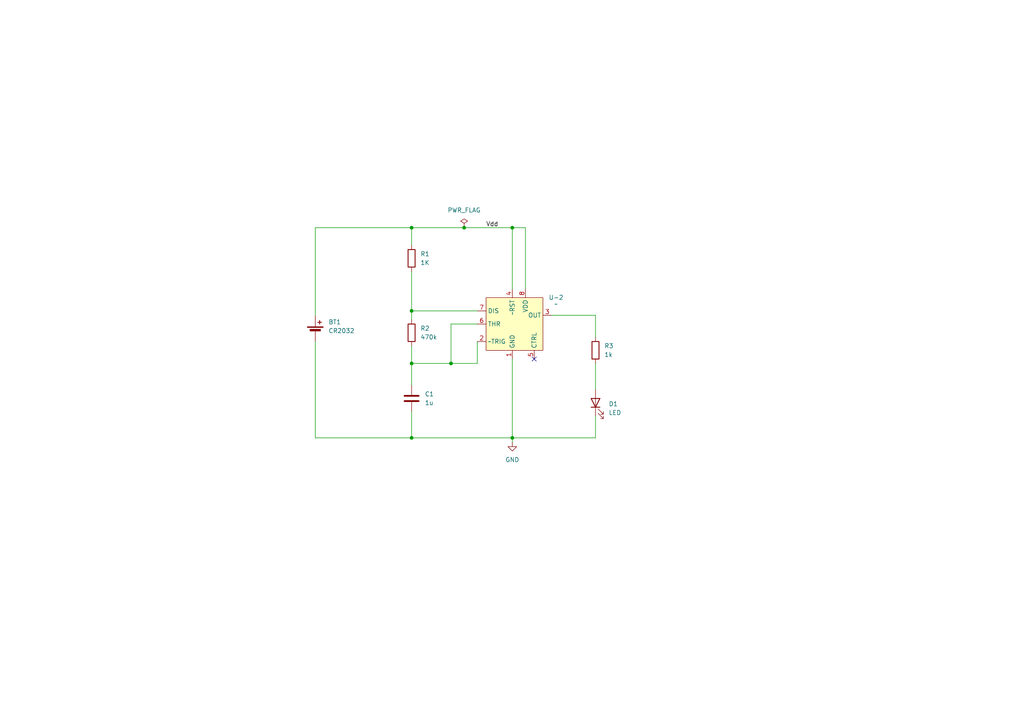
<source format=kicad_sch>
(kicad_sch (version 20250114) (generator "eeschema") (generator_version "9.0")
  (paper "A4")
  (lib_symbols
    (symbol "7555_1"
      (property "Reference" "U-7555" (at 0.762 21.844 0))
      (symbol "7555_1_1_1"
        (rectangle (start -8.89 29.21) (end 7.62 13.97) (fill (type background)))
        (pin input line (at -11.43 25.4 0) (length 2.54) (name "DIS") (number "7"))
        (pin input line (at -11.43 21.59 0) (length 2.54) (name "THR") (number "6"))
        (pin input line (at -11.43 16.51 0) (length 2.54) (name "~TRIG") (number "2"))
        (pin input line (at -1.27 31.75 270) (length 2.54) (name "~RST") (number "4"))
        (pin power_out line (at -1.27 11.43 90) (length 2.54) (name "GND") (number "1"))
        (pin power_in line (at 2.54 31.75 270) (length 2.54) (name "VDD") (number "8"))
        (pin input line (at 5.08 11.43 90) (length 2.54) (name "CTRL") (number "5"))
        (pin output line (at 10.16 24.13 180) (length 2.54) (name "OUT") (number "3"))
      )
    )
    (symbol "Device:Battery_Cell" (pin_numbers (hide yes)) (pin_names (offset 0) (hide yes))
      (property "Reference" "BT" (at 2.54 2.54 0))
      (property "Value" "Battery_Cell" (at 2.54 0 0))
      (symbol "Battery_Cell_0_1"
        (rectangle (start -2.286 1.778) (end 2.286 1.524) (fill (type outline)))
        (rectangle (start -1.524 1.016) (end 1.524 0.508) (fill (type outline)))
        (polyline (pts (xy 0 1.778) (xy 0 2.54)))
        (polyline (pts (xy 0 0.762) (xy 0 0)))
        (polyline (pts (xy 0.762 3.048) (xy 1.778 3.048)) (stroke (width 0.254)))
        (polyline (pts (xy 1.27 3.556) (xy 1.27 2.54)) (stroke (width 0.254)))
      )
      (symbol "Battery_Cell_1_1"
        (pin passive line (at 0 5.08 270) (length 2.54) (name "+") (number "1"))
        (pin passive line (at 0 -2.54 90) (length 2.54) (name "-") (number "2"))
      )
    )
    (symbol "Device:C" (pin_numbers (hide yes)) (pin_names (offset 0.254))
      (property "Reference" "C" (at 0.635 2.54 0))
      (property "Value" "C" (at 0.635 -2.54 0))
      (symbol "C_0_1"
        (polyline (pts (xy -2.032 0.762) (xy 2.032 0.762)) (stroke (width 0.508)))
        (polyline (pts (xy -2.032 -0.762) (xy 2.032 -0.762)) (stroke (width 0.508)))
      )
      (symbol "C_1_1"
        (pin passive line (at 0 3.81 270) (length 2.794) (name "~") (number "1"))
        (pin passive line (at 0 -3.81 90) (length 2.794) (name "~") (number "2"))
      )
    )
    (symbol "Device:LED" (pin_numbers (hide yes)) (pin_names (offset 1.016) (hide yes))
      (property "Reference" "D" (at 0 2.54 0))
      (property "Value" "LED" (at 0 -2.54 0))
      (symbol "LED_0_1"
        (polyline (pts (xy -3.048 -0.762) (xy -4.572 -2.286) (xy -3.81 -2.286) (xy -4.572 -2.286) (xy -4.572 -1.524)))
        (polyline (pts (xy -1.778 -0.762) (xy -3.302 -2.286) (xy -2.54 -2.286) (xy -3.302 -2.286) (xy -3.302 -1.524)))
        (polyline (pts (xy -1.27 0) (xy 1.27 0)))
        (polyline (pts (xy -1.27 -1.27) (xy -1.27 1.27)) (stroke (width 0.254)))
        (polyline (pts (xy 1.27 -1.27) (xy 1.27 1.27) (xy -1.27 0) (xy 1.27 -1.27)) (stroke (width 0.254)))
      )
      (symbol "LED_1_1"
        (pin passive line (at -3.81 0 0) (length 2.54) (name "K") (number "1"))
        (pin passive line (at 3.81 0 180) (length 2.54) (name "A") (number "2"))
      )
    )
    (symbol "Device:R" (pin_numbers (hide yes)) (pin_names (offset 0))
      (property "Reference" "R" (at 2.032 0 90))
      (property "Value" "R" (at 0 0 90))
      (symbol "R_0_1"
        (rectangle (start -1.016 -2.54) (end 1.016 2.54) (stroke (width 0.254)))
      )
      (symbol "R_1_1"
        (pin passive line (at 0 3.81 270) (length 1.27) (name "~") (number "1"))
        (pin passive line (at 0 -3.81 90) (length 1.27) (name "~") (number "2"))
      )
    )
    (symbol "power:GND" (power) (pin_numbers (hide yes)) (pin_names (offset 0) (hide yes))
      (property "Value" "GND" (at 0 -3.81 0))
      (symbol "GND_0_1"
        (polyline (pts (xy 0 0) (xy 0 -1.27) (xy 1.27 -1.27) (xy 0 -2.54) (xy -1.27 -1.27) (xy 0 -1.27)))
      )
      (symbol "GND_1_1"
        (pin power_in line (at 0 0 270) (length 0) (name "~") (number "1"))
      )
    )
    (symbol "power:PWR_FLAG" (power) (pin_numbers (hide yes)) (pin_names (offset 0) (hide yes))
      (property "Value" "PWR_FLAG" (at 0 3.81 0))
      (symbol "PWR_FLAG_0_0"
        (pin power_out line (at 0 0 90) (length 0) (name "~") (number "1"))
      )
      (symbol "PWR_FLAG_0_1"
        (polyline (pts (xy 0 0) (xy 0 1.27) (xy -1.016 1.905) (xy 0 2.54) (xy 1.016 1.905) (xy 0 1.27)))
      )
    )
  )
  (junction (at 130.81 105.41))
  (junction (at 119.38 90.17))
  (junction (at 119.38 105.41))
  (junction (at 119.38 127))
  (junction (at 148.59 127))
  (junction (at 134.62 66.04))
  (junction (at 119.38 66.04))
  (junction (at 148.59 66.04))
  (no_connect (at 154.94 104.14))
  (wire (pts (xy 152.4 66.04) (xy 152.4 83.82)))
  (wire (pts (xy 172.72 91.44) (xy 172.72 97.79)))
  (wire (pts (xy 134.62 66.04) (xy 148.59 66.04)))
  (wire (pts (xy 119.38 105.41) (xy 119.38 111.76)))
  (wire (pts (xy 148.59 66.04) (xy 148.59 83.82)))
  (wire (pts (xy 119.38 66.04) (xy 119.38 71.12)))
  (wire (pts (xy 91.44 127) (xy 91.44 99.06)))
  (wire (pts (xy 138.43 99.06) (xy 138.43 105.41)))
  (wire (pts (xy 119.38 66.04) (xy 134.62 66.04)))
  (wire (pts (xy 148.59 104.14) (xy 148.59 127)))
  (wire (pts (xy 119.38 90.17) (xy 119.38 92.71)))
  (wire (pts (xy 91.44 66.04) (xy 119.38 66.04)))
  (wire (pts (xy 138.43 105.41) (xy 130.81 105.41)))
  (wire (pts (xy 130.81 93.98) (xy 130.81 105.41)))
  (wire (pts (xy 119.38 119.38) (xy 119.38 127)))
  (wire (pts (xy 138.43 90.17) (xy 119.38 90.17)))
  (wire (pts (xy 130.81 105.41) (xy 119.38 105.41)))
  (wire (pts (xy 148.59 127) (xy 119.38 127)))
  (wire (pts (xy 91.44 91.44) (xy 91.44 66.04)))
  (wire (pts (xy 172.72 105.41) (xy 172.72 113.03)))
  (wire (pts (xy 160.02 91.44) (xy 172.72 91.44)))
  (wire (pts (xy 119.38 100.33) (xy 119.38 105.41)))
  (wire (pts (xy 119.38 78.74) (xy 119.38 90.17)))
  (wire (pts (xy 148.59 66.04) (xy 152.4 66.04)))
  (wire (pts (xy 119.38 127) (xy 91.44 127)))
  (wire (pts (xy 138.43 93.98) (xy 130.81 93.98)))
  (wire (pts (xy 172.72 120.65) (xy 172.72 127)))
  (wire (pts (xy 172.72 127) (xy 148.59 127)))
  (wire (pts (xy 148.59 127) (xy 148.59 128.27)))
  (label "Vdd" (at 140.97 66.04 0))
  (symbol (lib_name "7555_1") (lib_id "GTB5kicad_sym:7555") (at 149.86 115.57 0) (unit 1)
    (property "Reference" "U-2" (at 161.29 86.2898 0))
    (property "Value" "~" (at 161.29 88.1949 0))
    (property "Footprint" "Package_SO:SO-8_3.9x4.9mm_P1.27mm" (effects (hide yes)))
  )
  (symbol (lib_id "Device:R") (at 172.72 101.6 0) (unit 1)
    (property "Reference" "R3" (at 175.26 100.3299 0) (effects (justify left)))
    (property "Value" "1k" (at 175.26 102.8699 0) (effects (justify left)))
    (property "Footprint" "Resistor_SMD:R_0805_2012Metric" (effects (hide yes)))
    (property "Description" "Resistor" (effects (hide yes)))
  )
  (symbol (lib_id "power:GND") (at 148.59 128.27 0) (unit 1)
    (property "Reference" "#PWR01" (effects (hide yes)))
    (property "Value" "GND" (at 148.59 133.35 0))
    (property "Description" "Power symbol creates a global label with name \"GND\" , ground" (effects (hide yes)))
  )
  (symbol (lib_id "Device:R") (at 119.38 96.52 0) (unit 1)
    (property "Reference" "R2" (at 121.92 95.2499 0) (effects (justify left)))
    (property "Value" "470k" (at 121.92 97.7899 0) (effects (justify left)))
    (property "Footprint" "Resistor_SMD:R_0805_2012Metric" (effects (hide yes)))
    (property "Description" "Resistor" (effects (hide yes)))
  )
  (symbol (lib_id "power:PWR_FLAG") (at 134.62 66.04 0) (unit 1)
    (property "Reference" "#FLG01" (effects (hide yes)))
    (property "Value" "PWR_FLAG" (at 134.62 60.96 0))
    (property "Description" "Special symbol for telling ERC where power comes from" (effects (hide yes)))
  )
  (symbol (lib_id "Device:LED") (at 172.72 116.84 90) (unit 1)
    (property "Reference" "D1" (at 176.53 117.1574 90) (effects (justify right)))
    (property "Value" "LED" (at 176.53 119.6974 90) (effects (justify right)))
    (property "Footprint" "LED_SMD:LED_0805_2012Metric" (effects (hide yes)))
    (property "Description" "Light emitting diode" (effects (hide yes)))
    (property "Sim.Pins" "1=K 2=A" (effects (hide yes)))
  )
  (symbol (lib_id "Device:R") (at 119.38 74.93 0) (unit 1)
    (property "Reference" "R1" (at 121.92 73.6599 0) (effects (justify left)))
    (property "Value" "1K" (at 121.92 76.1999 0) (effects (justify left)))
    (property "Footprint" "Resistor_SMD:R_0805_2012Metric" (effects (hide yes)))
    (property "Description" "Resistor" (effects (hide yes)))
  )
  (symbol (lib_id "Device:Battery_Cell") (at 91.44 96.52 0) (unit 1)
    (property "Reference" "BT1" (at 95.25 93.4084 0) (effects (justify left)))
    (property "Value" "CR2032" (at 95.25 95.9484 0) (effects (justify left)))
    (property "Footprint" "Library:Untitled" (effects (hide yes)))
    (property "Description" "Single-cell battery" (effects (hide yes)))
  )
  (symbol (lib_id "Device:C") (at 119.38 115.57 0) (unit 1)
    (property "Reference" "C1" (at 123.19 114.2999 0) (effects (justify left)))
    (property "Value" "1u" (at 123.19 116.8399 0) (effects (justify left)))
    (property "Footprint" "Capacitor_SMD:C_0805_2012Metric" (effects (hide yes)))
    (property "Description" "Unpolarized capacitor" (effects (hide yes)))
  )
)
</source>
